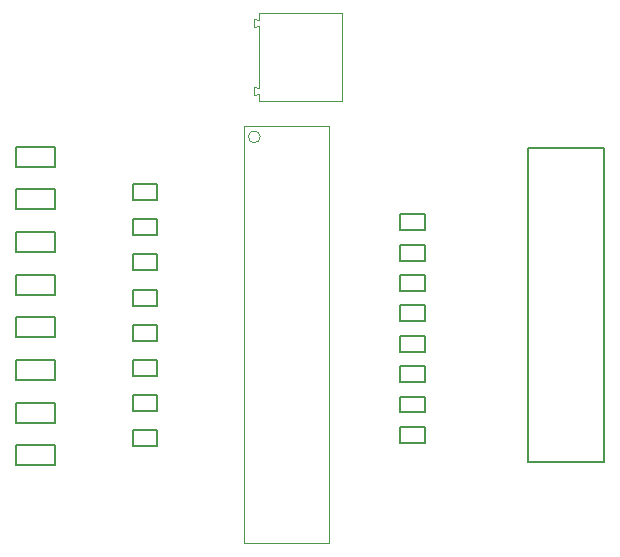
<source format=gbr>
%TF.GenerationSoftware,Altium Limited,Altium Designer,22.1.2 (22)*%
G04 Layer_Color=16711935*
%FSLAX26Y26*%
%MOIN*%
%TF.SameCoordinates,26ABD0B8-493F-4C78-88A6-316F46C79C97*%
%TF.FilePolarity,Positive*%
%TF.FileFunction,Other,Top_3D_Body*%
%TF.Part,Single*%
G01*
G75*
%TA.AperFunction,NonConductor*%
%ADD27C,0.007874*%
%ADD29C,0.003937*%
D27*
X2929370Y2308852D02*
Y2375782D01*
Y2308852D02*
X3059291D01*
Y2375782D01*
X2929370D02*
X3059291D01*
X2929370Y2166710D02*
Y2233639D01*
Y2166710D02*
X3059291D01*
Y2233639D01*
X2929370D02*
X3059291D01*
X2929370Y2450995D02*
Y2517925D01*
Y2450995D02*
X3059291D01*
Y2517925D01*
X2929370D02*
X3059291D01*
X2929370Y2593138D02*
Y2660067D01*
Y2593138D02*
X3059291D01*
Y2660067D01*
X2929370D02*
X3059291D01*
X2929370Y2735281D02*
Y2802210D01*
Y2735281D02*
X3059291D01*
Y2802210D01*
X2929370D02*
X3059291D01*
X2929370Y3019566D02*
Y3086496D01*
Y3019566D02*
X3059291D01*
Y3086496D01*
X2929370D02*
X3059291D01*
X2929370Y2877424D02*
Y2944353D01*
Y2877424D02*
X3059291D01*
Y2944353D01*
X2929370D02*
X3059291D01*
X2929370Y2024567D02*
Y2091496D01*
Y2024567D02*
X3059291D01*
Y2091496D01*
X2929370D02*
X3059291D01*
X4637795Y2036614D02*
X4889764D01*
Y3081496D01*
X4637795D02*
X4889764D01*
X4637795Y2036614D02*
Y3081496D01*
X4210630Y2808070D02*
Y2861220D01*
Y2808070D02*
X4293307D01*
Y2861220D01*
X4210630D02*
X4293307D01*
X4210630Y2706833D02*
Y2759983D01*
Y2706833D02*
X4293307D01*
Y2759983D01*
X4210630D02*
X4293307D01*
X4210630Y2605596D02*
Y2658745D01*
Y2605596D02*
X4293307D01*
Y2658745D01*
X4210630D02*
X4293307D01*
X4210630Y2504359D02*
Y2557508D01*
Y2504359D02*
X4293307D01*
Y2557508D01*
X4210630D02*
X4293307D01*
X4210630Y2403121D02*
Y2456271D01*
Y2403121D02*
X4293307D01*
Y2456271D01*
X4210630D02*
X4293307D01*
X4210630Y2301884D02*
Y2355034D01*
Y2301884D02*
X4293307D01*
Y2355034D01*
X4210630D02*
X4293307D01*
X4210630Y2200647D02*
Y2253796D01*
Y2200647D02*
X4293307D01*
Y2253796D01*
X4210630D02*
X4293307D01*
X4210630Y2099409D02*
Y2152559D01*
Y2099409D02*
X4293307D01*
Y2152559D01*
X4210630D02*
X4293307D01*
X3400591Y2088425D02*
Y2141575D01*
X3317913D02*
X3400591D01*
X3317913Y2088425D02*
Y2141575D01*
Y2088425D02*
X3400591D01*
Y2205568D02*
Y2258718D01*
X3317913D02*
X3400591D01*
X3317913Y2205568D02*
Y2258718D01*
Y2205568D02*
X3400591D01*
Y2322711D02*
Y2375860D01*
X3317913D02*
X3400591D01*
X3317913Y2322711D02*
Y2375860D01*
Y2322711D02*
X3400591D01*
Y2439854D02*
Y2493003D01*
X3317913D02*
X3400591D01*
X3317913Y2439854D02*
Y2493003D01*
Y2439854D02*
X3400591D01*
Y2556996D02*
Y2610146D01*
X3317913D02*
X3400591D01*
X3317913Y2556996D02*
Y2610146D01*
Y2556996D02*
X3400591D01*
Y2674139D02*
Y2727289D01*
X3317913D02*
X3400591D01*
X3317913Y2674139D02*
Y2727289D01*
Y2674139D02*
X3400591D01*
Y2791282D02*
Y2844432D01*
X3317913D02*
X3400591D01*
X3317913Y2791282D02*
Y2844432D01*
Y2791282D02*
X3400591D01*
Y2908425D02*
Y2961574D01*
X3317913D02*
X3400591D01*
X3317913Y2908425D02*
Y2961574D01*
Y2908425D02*
X3400591D01*
D29*
X3743386Y3119449D02*
G03*
X3743386Y3119449I-19685J0D01*
G01*
X3740157Y3282677D02*
Y3488977D01*
Y3508662D02*
Y3531496D01*
X3724410Y3486024D02*
Y3511614D01*
X3740157Y3508662D01*
X3724410Y3486024D02*
X3740157Y3488977D01*
Y3240157D02*
Y3262992D01*
X3724410Y3285630D02*
X3740157Y3282677D01*
X3724410Y3260039D02*
X3740157Y3262992D01*
X3724410Y3260039D02*
Y3285630D01*
X4015748Y3240157D02*
Y3531496D01*
X3740157Y3240157D02*
X4015748D01*
X3740157Y3531496D02*
X4015748D01*
X3688268Y1765118D02*
X3971732D01*
X3688268Y3154882D02*
X3971732D01*
Y1765118D02*
Y3154882D01*
X3688268Y1765118D02*
Y3154882D01*
%TF.MD5,93ad6222f67cefb7519d6a522546451f*%
M02*

</source>
